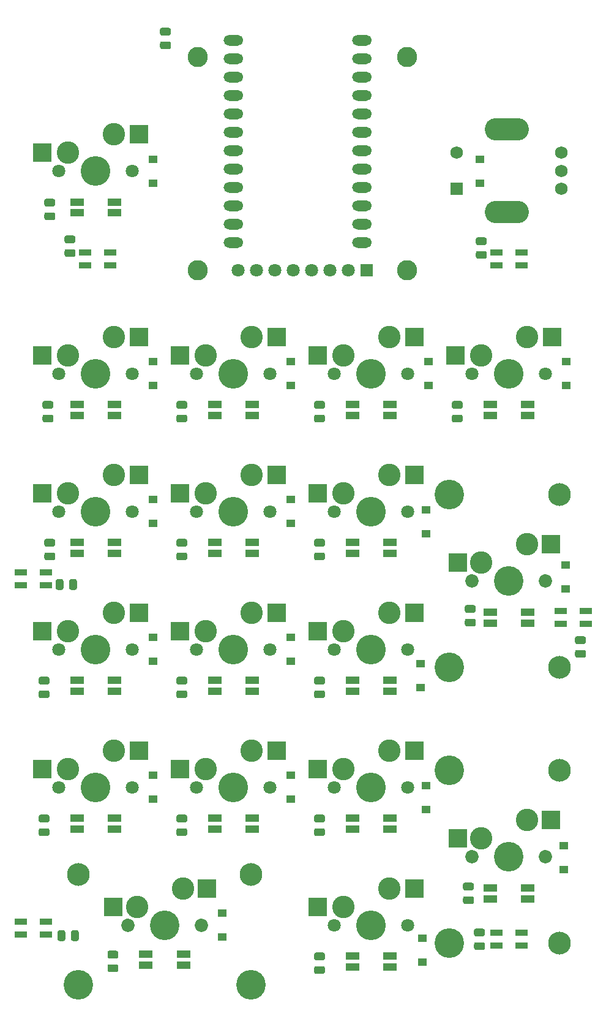
<source format=gbr>
%TF.GenerationSoftware,KiCad,Pcbnew,(5.1.6)-1*%
%TF.CreationDate,2021-03-03T01:18:26-05:00*%
%TF.ProjectId,Numpadulator,4e756d70-6164-4756-9c61-746f722e6b69,rev?*%
%TF.SameCoordinates,Original*%
%TF.FileFunction,Soldermask,Bot*%
%TF.FilePolarity,Negative*%
%FSLAX46Y46*%
G04 Gerber Fmt 4.6, Leading zero omitted, Abs format (unit mm)*
G04 Created by KiCad (PCBNEW (5.1.6)-1) date 2021-03-03 01:18:26*
%MOMM*%
%LPD*%
G01*
G04 APERTURE LIST*
%ADD10R,1.700000X0.950000*%
%ADD11C,4.087800*%
%ADD12C,3.148000*%
%ADD13R,2.650000X2.600000*%
%ADD14C,1.850000*%
%ADD15C,3.100000*%
%ADD16C,1.800000*%
%ADD17R,1.900000X1.000000*%
%ADD18C,4.100000*%
%ADD19O,6.100000X3.100000*%
%ADD20C,1.750000*%
%ADD21R,1.750000X1.750000*%
%ADD22R,1.800000X1.800000*%
%ADD23C,2.800000*%
%ADD24R,1.300000X1.000000*%
G04 APERTURE END LIST*
%TO.C,C24*%
G36*
G01*
X130074750Y-122320000D02*
X131037250Y-122320000D01*
G75*
G02*
X131306000Y-122588750I0J-268750D01*
G01*
X131306000Y-123126250D01*
G75*
G02*
X131037250Y-123395000I-268750J0D01*
G01*
X130074750Y-123395000D01*
G75*
G02*
X129806000Y-123126250I0J268750D01*
G01*
X129806000Y-122588750D01*
G75*
G02*
X130074750Y-122320000I268750J0D01*
G01*
G37*
G36*
G01*
X130074750Y-120445000D02*
X131037250Y-120445000D01*
G75*
G02*
X131306000Y-120713750I0J-268750D01*
G01*
X131306000Y-121251250D01*
G75*
G02*
X131037250Y-121520000I-268750J0D01*
G01*
X130074750Y-121520000D01*
G75*
G02*
X129806000Y-121251250I0J268750D01*
G01*
X129806000Y-120713750D01*
G75*
G02*
X130074750Y-120445000I268750J0D01*
G01*
G37*
%TD*%
%TO.C,C23*%
G36*
G01*
X116104750Y-162706000D02*
X117067250Y-162706000D01*
G75*
G02*
X117336000Y-162974750I0J-268750D01*
G01*
X117336000Y-163512250D01*
G75*
G02*
X117067250Y-163781000I-268750J0D01*
G01*
X116104750Y-163781000D01*
G75*
G02*
X115836000Y-163512250I0J268750D01*
G01*
X115836000Y-162974750D01*
G75*
G02*
X116104750Y-162706000I268750J0D01*
G01*
G37*
G36*
G01*
X116104750Y-160831000D02*
X117067250Y-160831000D01*
G75*
G02*
X117336000Y-161099750I0J-268750D01*
G01*
X117336000Y-161637250D01*
G75*
G02*
X117067250Y-161906000I-268750J0D01*
G01*
X116104750Y-161906000D01*
G75*
G02*
X115836000Y-161637250I0J268750D01*
G01*
X115836000Y-161099750D01*
G75*
G02*
X116104750Y-160831000I268750J0D01*
G01*
G37*
%TD*%
%TO.C,C22*%
G36*
G01*
X117321250Y-66402000D02*
X116358750Y-66402000D01*
G75*
G02*
X116090000Y-66133250I0J268750D01*
G01*
X116090000Y-65595750D01*
G75*
G02*
X116358750Y-65327000I268750J0D01*
G01*
X117321250Y-65327000D01*
G75*
G02*
X117590000Y-65595750I0J-268750D01*
G01*
X117590000Y-66133250D01*
G75*
G02*
X117321250Y-66402000I-268750J0D01*
G01*
G37*
G36*
G01*
X117321250Y-68277000D02*
X116358750Y-68277000D01*
G75*
G02*
X116090000Y-68008250I0J268750D01*
G01*
X116090000Y-67470750D01*
G75*
G02*
X116358750Y-67202000I268750J0D01*
G01*
X117321250Y-67202000D01*
G75*
G02*
X117590000Y-67470750I0J-268750D01*
G01*
X117590000Y-68008250D01*
G75*
G02*
X117321250Y-68277000I-268750J0D01*
G01*
G37*
%TD*%
%TO.C,C21*%
G36*
G01*
X60425250Y-66148000D02*
X59462750Y-66148000D01*
G75*
G02*
X59194000Y-65879250I0J268750D01*
G01*
X59194000Y-65341750D01*
G75*
G02*
X59462750Y-65073000I268750J0D01*
G01*
X60425250Y-65073000D01*
G75*
G02*
X60694000Y-65341750I0J-268750D01*
G01*
X60694000Y-65879250D01*
G75*
G02*
X60425250Y-66148000I-268750J0D01*
G01*
G37*
G36*
G01*
X60425250Y-68023000D02*
X59462750Y-68023000D01*
G75*
G02*
X59194000Y-67754250I0J268750D01*
G01*
X59194000Y-67216750D01*
G75*
G02*
X59462750Y-66948000I268750J0D01*
G01*
X60425250Y-66948000D01*
G75*
G02*
X60694000Y-67216750I0J-268750D01*
G01*
X60694000Y-67754250D01*
G75*
G02*
X60425250Y-68023000I-268750J0D01*
G01*
G37*
%TD*%
%TO.C,C20*%
G36*
G01*
X60090000Y-162279250D02*
X60090000Y-161316750D01*
G75*
G02*
X60358750Y-161048000I268750J0D01*
G01*
X60896250Y-161048000D01*
G75*
G02*
X61165000Y-161316750I0J-268750D01*
G01*
X61165000Y-162279250D01*
G75*
G02*
X60896250Y-162548000I-268750J0D01*
G01*
X60358750Y-162548000D01*
G75*
G02*
X60090000Y-162279250I0J268750D01*
G01*
G37*
G36*
G01*
X58215000Y-162279250D02*
X58215000Y-161316750D01*
G75*
G02*
X58483750Y-161048000I268750J0D01*
G01*
X59021250Y-161048000D01*
G75*
G02*
X59290000Y-161316750I0J-268750D01*
G01*
X59290000Y-162279250D01*
G75*
G02*
X59021250Y-162548000I-268750J0D01*
G01*
X58483750Y-162548000D01*
G75*
G02*
X58215000Y-162279250I0J268750D01*
G01*
G37*
%TD*%
%TO.C,C19*%
G36*
G01*
X59836000Y-113765250D02*
X59836000Y-112802750D01*
G75*
G02*
X60104750Y-112534000I268750J0D01*
G01*
X60642250Y-112534000D01*
G75*
G02*
X60911000Y-112802750I0J-268750D01*
G01*
X60911000Y-113765250D01*
G75*
G02*
X60642250Y-114034000I-268750J0D01*
G01*
X60104750Y-114034000D01*
G75*
G02*
X59836000Y-113765250I0J268750D01*
G01*
G37*
G36*
G01*
X57961000Y-113765250D02*
X57961000Y-112802750D01*
G75*
G02*
X58229750Y-112534000I268750J0D01*
G01*
X58767250Y-112534000D01*
G75*
G02*
X59036000Y-112802750I0J-268750D01*
G01*
X59036000Y-113765250D01*
G75*
G02*
X58767250Y-114034000I-268750J0D01*
G01*
X58229750Y-114034000D01*
G75*
G02*
X57961000Y-113765250I0J268750D01*
G01*
G37*
%TD*%
D10*
%TO.C,D28*%
X122400000Y-161431000D03*
X122400000Y-163181000D03*
X118900000Y-161431000D03*
X118900000Y-163181000D03*
%TD*%
%TO.C,D27*%
X53114000Y-161657000D03*
X53114000Y-159907000D03*
X56614000Y-161657000D03*
X56614000Y-159907000D03*
%TD*%
%TO.C,D26*%
X127790000Y-118731000D03*
X127790000Y-116981000D03*
X131290000Y-118731000D03*
X131290000Y-116981000D03*
%TD*%
%TO.C,D25*%
X56614000Y-111647000D03*
X56614000Y-113397000D03*
X53114000Y-111647000D03*
X53114000Y-113397000D03*
%TD*%
%TO.C,D24*%
X122400000Y-67451000D03*
X122400000Y-69201000D03*
X118900000Y-67451000D03*
X118900000Y-69201000D03*
%TD*%
%TO.C,D23*%
X65504000Y-67451000D03*
X65504000Y-69201000D03*
X62004000Y-67451000D03*
X62004000Y-69201000D03*
%TD*%
%TO.C,R1*%
G36*
G01*
X72670750Y-38246000D02*
X73633250Y-38246000D01*
G75*
G02*
X73902000Y-38514750I0J-268750D01*
G01*
X73902000Y-39052250D01*
G75*
G02*
X73633250Y-39321000I-268750J0D01*
G01*
X72670750Y-39321000D01*
G75*
G02*
X72402000Y-39052250I0J268750D01*
G01*
X72402000Y-38514750D01*
G75*
G02*
X72670750Y-38246000I268750J0D01*
G01*
G37*
G36*
G01*
X72670750Y-36371000D02*
X73633250Y-36371000D01*
G75*
G02*
X73902000Y-36639750I0J-268750D01*
G01*
X73902000Y-37177250D01*
G75*
G02*
X73633250Y-37446000I-268750J0D01*
G01*
X72670750Y-37446000D01*
G75*
G02*
X72402000Y-37177250I0J268750D01*
G01*
X72402000Y-36639750D01*
G75*
G02*
X72670750Y-36371000I268750J0D01*
G01*
G37*
%TD*%
D11*
%TO.C,MX2*%
X112395000Y-100838000D03*
X112395000Y-124714000D03*
D12*
X127635000Y-100838000D03*
X127635000Y-124714000D03*
D13*
X126492000Y-107696000D03*
X113565000Y-110236000D03*
D14*
X125730000Y-112776000D03*
X115570000Y-112776000D03*
D15*
X116840000Y-110236000D03*
D11*
X120650000Y-112776000D03*
D15*
X123190000Y-107696000D03*
%TD*%
D11*
%TO.C,MX3*%
X112395000Y-138938000D03*
X112395000Y-162814000D03*
D12*
X127635000Y-138938000D03*
X127635000Y-162814000D03*
D13*
X126492000Y-145796000D03*
X113565000Y-148336000D03*
D14*
X125730000Y-150876000D03*
X115570000Y-150876000D03*
D15*
X116840000Y-148336000D03*
D11*
X120650000Y-150876000D03*
D15*
X123190000Y-145796000D03*
%TD*%
D16*
%TO.C,SW16*%
X125730000Y-84137500D03*
X115570000Y-84137500D03*
D17*
X123250000Y-88437500D03*
X123250000Y-89937500D03*
X118050000Y-89937500D03*
X118050000Y-88437500D03*
D13*
X126665000Y-79057500D03*
X113240000Y-81597500D03*
D15*
X123190000Y-79057500D03*
X116840000Y-81597500D03*
D18*
X120650000Y-84137500D03*
%TD*%
D16*
%TO.C,SW2*%
X68580000Y-84137500D03*
X58420000Y-84137500D03*
D17*
X66100000Y-88437500D03*
X66100000Y-89937500D03*
X60900000Y-89937500D03*
X60900000Y-88437500D03*
D13*
X69515000Y-79057500D03*
X56090000Y-81597500D03*
D15*
X66040000Y-79057500D03*
X59690000Y-81597500D03*
D18*
X63500000Y-84137500D03*
%TD*%
D16*
%TO.C,SW1*%
X68580000Y-56134000D03*
X58420000Y-56134000D03*
D17*
X66100000Y-60434000D03*
X66100000Y-61934000D03*
X60900000Y-61934000D03*
X60900000Y-60434000D03*
D13*
X69515000Y-51054000D03*
X56090000Y-53594000D03*
D15*
X66040000Y-51054000D03*
X59690000Y-53594000D03*
D18*
X63500000Y-56134000D03*
%TD*%
D16*
%TO.C,SW12*%
X106680000Y-103187500D03*
X96520000Y-103187500D03*
D17*
X104200000Y-107487500D03*
X104200000Y-108987500D03*
X99000000Y-108987500D03*
X99000000Y-107487500D03*
D13*
X107615000Y-98107500D03*
X94190000Y-100647500D03*
D15*
X104140000Y-98107500D03*
X97790000Y-100647500D03*
D18*
X101600000Y-103187500D03*
%TD*%
D19*
%TO.C,SW19*%
X120396000Y-50434000D03*
X120396000Y-61834000D03*
D20*
X127896000Y-53634000D03*
X127896000Y-56134000D03*
X127896000Y-58634000D03*
X113396000Y-53634000D03*
D21*
X113396000Y-58634000D03*
%TD*%
D11*
%TO.C,MX1*%
X61087000Y-168592500D03*
X84963000Y-168592500D03*
D12*
X61087000Y-153352500D03*
X84963000Y-153352500D03*
D13*
X78867000Y-155257500D03*
X65940000Y-157797500D03*
D14*
X78105000Y-160337500D03*
X67945000Y-160337500D03*
D15*
X69215000Y-157797500D03*
D11*
X73025000Y-160337500D03*
D15*
X75565000Y-155257500D03*
%TD*%
D16*
%TO.C,SW15*%
X106680000Y-160337500D03*
X96520000Y-160337500D03*
D17*
X104200000Y-164637500D03*
X104200000Y-166137500D03*
X99000000Y-166137500D03*
X99000000Y-164637500D03*
D13*
X107615000Y-155257500D03*
X94190000Y-157797500D03*
D15*
X104140000Y-155257500D03*
X97790000Y-157797500D03*
D18*
X101600000Y-160337500D03*
%TD*%
D16*
%TO.C,SW14*%
X106680000Y-141287500D03*
X96520000Y-141287500D03*
D17*
X104200000Y-145587500D03*
X104200000Y-147087500D03*
X99000000Y-147087500D03*
X99000000Y-145587500D03*
D13*
X107615000Y-136207500D03*
X94190000Y-138747500D03*
D15*
X104140000Y-136207500D03*
X97790000Y-138747500D03*
D18*
X101600000Y-141287500D03*
%TD*%
D16*
%TO.C,SW13*%
X106680000Y-122237500D03*
X96520000Y-122237500D03*
D17*
X104200000Y-126537500D03*
X104200000Y-128037500D03*
X99000000Y-128037500D03*
X99000000Y-126537500D03*
D13*
X107615000Y-117157500D03*
X94190000Y-119697500D03*
D15*
X104140000Y-117157500D03*
X97790000Y-119697500D03*
D18*
X101600000Y-122237500D03*
%TD*%
D16*
%TO.C,SW11*%
X106680000Y-84137500D03*
X96520000Y-84137500D03*
D17*
X104200000Y-88437500D03*
X104200000Y-89937500D03*
X99000000Y-89937500D03*
X99000000Y-88437500D03*
D13*
X107615000Y-79057500D03*
X94190000Y-81597500D03*
D15*
X104140000Y-79057500D03*
X97790000Y-81597500D03*
D18*
X101600000Y-84137500D03*
%TD*%
D16*
%TO.C,SW10*%
X87630000Y-141287500D03*
X77470000Y-141287500D03*
D17*
X85150000Y-145587500D03*
X85150000Y-147087500D03*
X79950000Y-147087500D03*
X79950000Y-145587500D03*
D13*
X88565000Y-136207500D03*
X75140000Y-138747500D03*
D15*
X85090000Y-136207500D03*
X78740000Y-138747500D03*
D18*
X82550000Y-141287500D03*
%TD*%
D16*
%TO.C,SW9*%
X87630000Y-122237500D03*
X77470000Y-122237500D03*
D17*
X85150000Y-126537500D03*
X85150000Y-128037500D03*
X79950000Y-128037500D03*
X79950000Y-126537500D03*
D13*
X88565000Y-117157500D03*
X75140000Y-119697500D03*
D15*
X85090000Y-117157500D03*
X78740000Y-119697500D03*
D18*
X82550000Y-122237500D03*
%TD*%
D16*
%TO.C,SW8*%
X87630000Y-103187500D03*
X77470000Y-103187500D03*
D17*
X85150000Y-107487500D03*
X85150000Y-108987500D03*
X79950000Y-108987500D03*
X79950000Y-107487500D03*
D13*
X88565000Y-98107500D03*
X75140000Y-100647500D03*
D15*
X85090000Y-98107500D03*
X78740000Y-100647500D03*
D18*
X82550000Y-103187500D03*
%TD*%
D16*
%TO.C,SW7*%
X87630000Y-84137500D03*
X77470000Y-84137500D03*
D17*
X85150000Y-88437500D03*
X85150000Y-89937500D03*
X79950000Y-89937500D03*
X79950000Y-88437500D03*
D13*
X88565000Y-79057500D03*
X75140000Y-81597500D03*
D15*
X85090000Y-79057500D03*
X78740000Y-81597500D03*
D18*
X82550000Y-84137500D03*
%TD*%
D16*
%TO.C,SW5*%
X68580000Y-141287500D03*
X58420000Y-141287500D03*
D17*
X66100000Y-145587500D03*
X66100000Y-147087500D03*
X60900000Y-147087500D03*
X60900000Y-145587500D03*
D13*
X69515000Y-136207500D03*
X56090000Y-138747500D03*
D15*
X66040000Y-136207500D03*
X59690000Y-138747500D03*
D18*
X63500000Y-141287500D03*
%TD*%
D16*
%TO.C,SW4*%
X68580000Y-122237500D03*
X58420000Y-122237500D03*
D17*
X66100000Y-126537500D03*
X66100000Y-128037500D03*
X60900000Y-128037500D03*
X60900000Y-126537500D03*
D13*
X69515000Y-117157500D03*
X56090000Y-119697500D03*
D15*
X66040000Y-117157500D03*
X59690000Y-119697500D03*
D18*
X63500000Y-122237500D03*
%TD*%
D16*
%TO.C,SW3*%
X68580000Y-103187500D03*
X58420000Y-103187500D03*
D17*
X66100000Y-107487500D03*
X66100000Y-108987500D03*
X60900000Y-108987500D03*
X60900000Y-107487500D03*
D13*
X69515000Y-98107500D03*
X56090000Y-100647500D03*
D15*
X66040000Y-98107500D03*
X59690000Y-100647500D03*
D18*
X63500000Y-103187500D03*
%TD*%
D17*
%TO.C,D22*%
X123250000Y-155206000D03*
X123250000Y-156706000D03*
X118050000Y-156706000D03*
X118050000Y-155206000D03*
%TD*%
%TO.C,D21*%
X123250000Y-117106000D03*
X123250000Y-118606000D03*
X118050000Y-118606000D03*
X118050000Y-117106000D03*
%TD*%
%TO.C,D20*%
X70425000Y-164350000D03*
X70425000Y-165850000D03*
X75625000Y-165850000D03*
X75625000Y-164350000D03*
%TD*%
D16*
%TO.C,U2*%
X83185000Y-69850000D03*
X85725000Y-69850000D03*
X88265000Y-69850000D03*
X90805000Y-69850000D03*
X93345000Y-69850000D03*
X95885000Y-69850000D03*
X98425000Y-69850000D03*
D22*
X100965000Y-69850000D03*
D23*
X77597000Y-69850000D03*
X106553000Y-40386000D03*
X77597000Y-40386000D03*
X106553000Y-69850000D03*
%TD*%
%TO.C,U1*%
G36*
G01*
X101701600Y-38100000D02*
X101701600Y-38100000D01*
G75*
G02*
X100965000Y-38836600I-736600J0D01*
G01*
X99695000Y-38836600D01*
G75*
G02*
X98958400Y-38100000I0J736600D01*
G01*
X98958400Y-38100000D01*
G75*
G02*
X99695000Y-37363400I736600J0D01*
G01*
X100965000Y-37363400D01*
G75*
G02*
X101701600Y-38100000I0J-736600D01*
G01*
G37*
G36*
G01*
X101701600Y-40640000D02*
X101701600Y-40640000D01*
G75*
G02*
X100965000Y-41376600I-736600J0D01*
G01*
X99695000Y-41376600D01*
G75*
G02*
X98958400Y-40640000I0J736600D01*
G01*
X98958400Y-40640000D01*
G75*
G02*
X99695000Y-39903400I736600J0D01*
G01*
X100965000Y-39903400D01*
G75*
G02*
X101701600Y-40640000I0J-736600D01*
G01*
G37*
G36*
G01*
X101701600Y-43180000D02*
X101701600Y-43180000D01*
G75*
G02*
X100965000Y-43916600I-736600J0D01*
G01*
X99695000Y-43916600D01*
G75*
G02*
X98958400Y-43180000I0J736600D01*
G01*
X98958400Y-43180000D01*
G75*
G02*
X99695000Y-42443400I736600J0D01*
G01*
X100965000Y-42443400D01*
G75*
G02*
X101701600Y-43180000I0J-736600D01*
G01*
G37*
G36*
G01*
X101701600Y-45720000D02*
X101701600Y-45720000D01*
G75*
G02*
X100965000Y-46456600I-736600J0D01*
G01*
X99695000Y-46456600D01*
G75*
G02*
X98958400Y-45720000I0J736600D01*
G01*
X98958400Y-45720000D01*
G75*
G02*
X99695000Y-44983400I736600J0D01*
G01*
X100965000Y-44983400D01*
G75*
G02*
X101701600Y-45720000I0J-736600D01*
G01*
G37*
G36*
G01*
X101701600Y-48260000D02*
X101701600Y-48260000D01*
G75*
G02*
X100965000Y-48996600I-736600J0D01*
G01*
X99695000Y-48996600D01*
G75*
G02*
X98958400Y-48260000I0J736600D01*
G01*
X98958400Y-48260000D01*
G75*
G02*
X99695000Y-47523400I736600J0D01*
G01*
X100965000Y-47523400D01*
G75*
G02*
X101701600Y-48260000I0J-736600D01*
G01*
G37*
G36*
G01*
X101701600Y-50800000D02*
X101701600Y-50800000D01*
G75*
G02*
X100965000Y-51536600I-736600J0D01*
G01*
X99695000Y-51536600D01*
G75*
G02*
X98958400Y-50800000I0J736600D01*
G01*
X98958400Y-50800000D01*
G75*
G02*
X99695000Y-50063400I736600J0D01*
G01*
X100965000Y-50063400D01*
G75*
G02*
X101701600Y-50800000I0J-736600D01*
G01*
G37*
G36*
G01*
X101701600Y-53340000D02*
X101701600Y-53340000D01*
G75*
G02*
X100965000Y-54076600I-736600J0D01*
G01*
X99695000Y-54076600D01*
G75*
G02*
X98958400Y-53340000I0J736600D01*
G01*
X98958400Y-53340000D01*
G75*
G02*
X99695000Y-52603400I736600J0D01*
G01*
X100965000Y-52603400D01*
G75*
G02*
X101701600Y-53340000I0J-736600D01*
G01*
G37*
G36*
G01*
X101701600Y-55880000D02*
X101701600Y-55880000D01*
G75*
G02*
X100965000Y-56616600I-736600J0D01*
G01*
X99695000Y-56616600D01*
G75*
G02*
X98958400Y-55880000I0J736600D01*
G01*
X98958400Y-55880000D01*
G75*
G02*
X99695000Y-55143400I736600J0D01*
G01*
X100965000Y-55143400D01*
G75*
G02*
X101701600Y-55880000I0J-736600D01*
G01*
G37*
G36*
G01*
X101701600Y-58420000D02*
X101701600Y-58420000D01*
G75*
G02*
X100965000Y-59156600I-736600J0D01*
G01*
X99695000Y-59156600D01*
G75*
G02*
X98958400Y-58420000I0J736600D01*
G01*
X98958400Y-58420000D01*
G75*
G02*
X99695000Y-57683400I736600J0D01*
G01*
X100965000Y-57683400D01*
G75*
G02*
X101701600Y-58420000I0J-736600D01*
G01*
G37*
G36*
G01*
X101701600Y-60960000D02*
X101701600Y-60960000D01*
G75*
G02*
X100965000Y-61696600I-736600J0D01*
G01*
X99695000Y-61696600D01*
G75*
G02*
X98958400Y-60960000I0J736600D01*
G01*
X98958400Y-60960000D01*
G75*
G02*
X99695000Y-60223400I736600J0D01*
G01*
X100965000Y-60223400D01*
G75*
G02*
X101701600Y-60960000I0J-736600D01*
G01*
G37*
G36*
G01*
X101701600Y-63500000D02*
X101701600Y-63500000D01*
G75*
G02*
X100965000Y-64236600I-736600J0D01*
G01*
X99695000Y-64236600D01*
G75*
G02*
X98958400Y-63500000I0J736600D01*
G01*
X98958400Y-63500000D01*
G75*
G02*
X99695000Y-62763400I736600J0D01*
G01*
X100965000Y-62763400D01*
G75*
G02*
X101701600Y-63500000I0J-736600D01*
G01*
G37*
G36*
G01*
X101701600Y-66040000D02*
X101701600Y-66040000D01*
G75*
G02*
X100965000Y-66776600I-736600J0D01*
G01*
X99695000Y-66776600D01*
G75*
G02*
X98958400Y-66040000I0J736600D01*
G01*
X98958400Y-66040000D01*
G75*
G02*
X99695000Y-65303400I736600J0D01*
G01*
X100965000Y-65303400D01*
G75*
G02*
X101701600Y-66040000I0J-736600D01*
G01*
G37*
G36*
G01*
X83921600Y-66040000D02*
X83921600Y-66040000D01*
G75*
G02*
X83185000Y-66776600I-736600J0D01*
G01*
X81915000Y-66776600D01*
G75*
G02*
X81178400Y-66040000I0J736600D01*
G01*
X81178400Y-66040000D01*
G75*
G02*
X81915000Y-65303400I736600J0D01*
G01*
X83185000Y-65303400D01*
G75*
G02*
X83921600Y-66040000I0J-736600D01*
G01*
G37*
G36*
G01*
X83921600Y-63500000D02*
X83921600Y-63500000D01*
G75*
G02*
X83185000Y-64236600I-736600J0D01*
G01*
X81915000Y-64236600D01*
G75*
G02*
X81178400Y-63500000I0J736600D01*
G01*
X81178400Y-63500000D01*
G75*
G02*
X81915000Y-62763400I736600J0D01*
G01*
X83185000Y-62763400D01*
G75*
G02*
X83921600Y-63500000I0J-736600D01*
G01*
G37*
G36*
G01*
X83921600Y-60960000D02*
X83921600Y-60960000D01*
G75*
G02*
X83185000Y-61696600I-736600J0D01*
G01*
X81915000Y-61696600D01*
G75*
G02*
X81178400Y-60960000I0J736600D01*
G01*
X81178400Y-60960000D01*
G75*
G02*
X81915000Y-60223400I736600J0D01*
G01*
X83185000Y-60223400D01*
G75*
G02*
X83921600Y-60960000I0J-736600D01*
G01*
G37*
G36*
G01*
X83921600Y-58420000D02*
X83921600Y-58420000D01*
G75*
G02*
X83185000Y-59156600I-736600J0D01*
G01*
X81915000Y-59156600D01*
G75*
G02*
X81178400Y-58420000I0J736600D01*
G01*
X81178400Y-58420000D01*
G75*
G02*
X81915000Y-57683400I736600J0D01*
G01*
X83185000Y-57683400D01*
G75*
G02*
X83921600Y-58420000I0J-736600D01*
G01*
G37*
G36*
G01*
X83921600Y-55880000D02*
X83921600Y-55880000D01*
G75*
G02*
X83185000Y-56616600I-736600J0D01*
G01*
X81915000Y-56616600D01*
G75*
G02*
X81178400Y-55880000I0J736600D01*
G01*
X81178400Y-55880000D01*
G75*
G02*
X81915000Y-55143400I736600J0D01*
G01*
X83185000Y-55143400D01*
G75*
G02*
X83921600Y-55880000I0J-736600D01*
G01*
G37*
G36*
G01*
X83921600Y-53340000D02*
X83921600Y-53340000D01*
G75*
G02*
X83185000Y-54076600I-736600J0D01*
G01*
X81915000Y-54076600D01*
G75*
G02*
X81178400Y-53340000I0J736600D01*
G01*
X81178400Y-53340000D01*
G75*
G02*
X81915000Y-52603400I736600J0D01*
G01*
X83185000Y-52603400D01*
G75*
G02*
X83921600Y-53340000I0J-736600D01*
G01*
G37*
G36*
G01*
X83921600Y-50800000D02*
X83921600Y-50800000D01*
G75*
G02*
X83185000Y-51536600I-736600J0D01*
G01*
X81915000Y-51536600D01*
G75*
G02*
X81178400Y-50800000I0J736600D01*
G01*
X81178400Y-50800000D01*
G75*
G02*
X81915000Y-50063400I736600J0D01*
G01*
X83185000Y-50063400D01*
G75*
G02*
X83921600Y-50800000I0J-736600D01*
G01*
G37*
G36*
G01*
X83921600Y-48260000D02*
X83921600Y-48260000D01*
G75*
G02*
X83185000Y-48996600I-736600J0D01*
G01*
X81915000Y-48996600D01*
G75*
G02*
X81178400Y-48260000I0J736600D01*
G01*
X81178400Y-48260000D01*
G75*
G02*
X81915000Y-47523400I736600J0D01*
G01*
X83185000Y-47523400D01*
G75*
G02*
X83921600Y-48260000I0J-736600D01*
G01*
G37*
G36*
G01*
X83921600Y-38100000D02*
X83921600Y-38100000D01*
G75*
G02*
X83185000Y-38836600I-736600J0D01*
G01*
X81915000Y-38836600D01*
G75*
G02*
X81178400Y-38100000I0J736600D01*
G01*
X81178400Y-38100000D01*
G75*
G02*
X81915000Y-37363400I736600J0D01*
G01*
X83185000Y-37363400D01*
G75*
G02*
X83921600Y-38100000I0J-736600D01*
G01*
G37*
G36*
G01*
X83921600Y-40640000D02*
X83921600Y-40640000D01*
G75*
G02*
X83185000Y-41376600I-736600J0D01*
G01*
X81915000Y-41376600D01*
G75*
G02*
X81178400Y-40640000I0J736600D01*
G01*
X81178400Y-40640000D01*
G75*
G02*
X81915000Y-39903400I736600J0D01*
G01*
X83185000Y-39903400D01*
G75*
G02*
X83921600Y-40640000I0J-736600D01*
G01*
G37*
G36*
G01*
X83921600Y-43180000D02*
X83921600Y-43180000D01*
G75*
G02*
X83185000Y-43916600I-736600J0D01*
G01*
X81915000Y-43916600D01*
G75*
G02*
X81178400Y-43180000I0J736600D01*
G01*
X81178400Y-43180000D01*
G75*
G02*
X81915000Y-42443400I736600J0D01*
G01*
X83185000Y-42443400D01*
G75*
G02*
X83921600Y-43180000I0J-736600D01*
G01*
G37*
G36*
G01*
X83921600Y-45720000D02*
X83921600Y-45720000D01*
G75*
G02*
X83185000Y-46456600I-736600J0D01*
G01*
X81915000Y-46456600D01*
G75*
G02*
X81178400Y-45720000I0J736600D01*
G01*
X81178400Y-45720000D01*
G75*
G02*
X81915000Y-44983400I736600J0D01*
G01*
X83185000Y-44983400D01*
G75*
G02*
X83921600Y-45720000I0J-736600D01*
G01*
G37*
%TD*%
D24*
%TO.C,D19*%
X116681250Y-54547500D03*
X116681250Y-57847500D03*
%TD*%
%TO.C,D18*%
X128270000Y-149354000D03*
X128270000Y-152654000D03*
%TD*%
%TO.C,D17*%
X128524000Y-110618000D03*
X128524000Y-113918000D03*
%TD*%
%TO.C,D16*%
X128587500Y-82487500D03*
X128587500Y-85787500D03*
%TD*%
%TO.C,D15*%
X108712000Y-162180000D03*
X108712000Y-165480000D03*
%TD*%
%TO.C,D14*%
X109220000Y-141098000D03*
X109220000Y-144398000D03*
%TD*%
%TO.C,D13*%
X108458000Y-124206000D03*
X108458000Y-127506000D03*
%TD*%
%TO.C,D12*%
X109220000Y-102998000D03*
X109220000Y-106298000D03*
%TD*%
%TO.C,D11*%
X109537500Y-82487500D03*
X109537500Y-85787500D03*
%TD*%
%TO.C,D10*%
X90487500Y-139637500D03*
X90487500Y-142937500D03*
%TD*%
%TO.C,D9*%
X90487500Y-120587500D03*
X90487500Y-123887500D03*
%TD*%
%TO.C,D8*%
X90487500Y-101537500D03*
X90487500Y-104837500D03*
%TD*%
%TO.C,D7*%
X90487500Y-82487500D03*
X90487500Y-85787500D03*
%TD*%
%TO.C,D6*%
X80962500Y-158687500D03*
X80962500Y-161987500D03*
%TD*%
%TO.C,D5*%
X71437500Y-139637500D03*
X71437500Y-142937500D03*
%TD*%
%TO.C,D4*%
X71437500Y-120587500D03*
X71437500Y-123887500D03*
%TD*%
%TO.C,D3*%
X71437500Y-101537500D03*
X71437500Y-104837500D03*
%TD*%
%TO.C,D2*%
X71437500Y-82487500D03*
X71437500Y-85787500D03*
%TD*%
%TO.C,D1*%
X71437500Y-54547500D03*
X71437500Y-57847500D03*
%TD*%
%TO.C,C18*%
G36*
G01*
X114580750Y-156356000D02*
X115543250Y-156356000D01*
G75*
G02*
X115812000Y-156624750I0J-268750D01*
G01*
X115812000Y-157162250D01*
G75*
G02*
X115543250Y-157431000I-268750J0D01*
G01*
X114580750Y-157431000D01*
G75*
G02*
X114312000Y-157162250I0J268750D01*
G01*
X114312000Y-156624750D01*
G75*
G02*
X114580750Y-156356000I268750J0D01*
G01*
G37*
G36*
G01*
X114580750Y-154481000D02*
X115543250Y-154481000D01*
G75*
G02*
X115812000Y-154749750I0J-268750D01*
G01*
X115812000Y-155287250D01*
G75*
G02*
X115543250Y-155556000I-268750J0D01*
G01*
X114580750Y-155556000D01*
G75*
G02*
X114312000Y-155287250I0J268750D01*
G01*
X114312000Y-154749750D01*
G75*
G02*
X114580750Y-154481000I268750J0D01*
G01*
G37*
%TD*%
%TO.C,C17*%
G36*
G01*
X114834750Y-118002000D02*
X115797250Y-118002000D01*
G75*
G02*
X116066000Y-118270750I0J-268750D01*
G01*
X116066000Y-118808250D01*
G75*
G02*
X115797250Y-119077000I-268750J0D01*
G01*
X114834750Y-119077000D01*
G75*
G02*
X114566000Y-118808250I0J268750D01*
G01*
X114566000Y-118270750D01*
G75*
G02*
X114834750Y-118002000I268750J0D01*
G01*
G37*
G36*
G01*
X114834750Y-116127000D02*
X115797250Y-116127000D01*
G75*
G02*
X116066000Y-116395750I0J-268750D01*
G01*
X116066000Y-116933250D01*
G75*
G02*
X115797250Y-117202000I-268750J0D01*
G01*
X114834750Y-117202000D01*
G75*
G02*
X114566000Y-116933250I0J268750D01*
G01*
X114566000Y-116395750D01*
G75*
G02*
X114834750Y-116127000I268750J0D01*
G01*
G37*
%TD*%
%TO.C,C16*%
G36*
G01*
X113025000Y-89808000D02*
X113987500Y-89808000D01*
G75*
G02*
X114256250Y-90076750I0J-268750D01*
G01*
X114256250Y-90614250D01*
G75*
G02*
X113987500Y-90883000I-268750J0D01*
G01*
X113025000Y-90883000D01*
G75*
G02*
X112756250Y-90614250I0J268750D01*
G01*
X112756250Y-90076750D01*
G75*
G02*
X113025000Y-89808000I268750J0D01*
G01*
G37*
G36*
G01*
X113025000Y-87933000D02*
X113987500Y-87933000D01*
G75*
G02*
X114256250Y-88201750I0J-268750D01*
G01*
X114256250Y-88739250D01*
G75*
G02*
X113987500Y-89008000I-268750J0D01*
G01*
X113025000Y-89008000D01*
G75*
G02*
X112756250Y-88739250I0J268750D01*
G01*
X112756250Y-88201750D01*
G75*
G02*
X113025000Y-87933000I268750J0D01*
G01*
G37*
%TD*%
%TO.C,C15*%
G36*
G01*
X93975000Y-166008000D02*
X94937500Y-166008000D01*
G75*
G02*
X95206250Y-166276750I0J-268750D01*
G01*
X95206250Y-166814250D01*
G75*
G02*
X94937500Y-167083000I-268750J0D01*
G01*
X93975000Y-167083000D01*
G75*
G02*
X93706250Y-166814250I0J268750D01*
G01*
X93706250Y-166276750D01*
G75*
G02*
X93975000Y-166008000I268750J0D01*
G01*
G37*
G36*
G01*
X93975000Y-164133000D02*
X94937500Y-164133000D01*
G75*
G02*
X95206250Y-164401750I0J-268750D01*
G01*
X95206250Y-164939250D01*
G75*
G02*
X94937500Y-165208000I-268750J0D01*
G01*
X93975000Y-165208000D01*
G75*
G02*
X93706250Y-164939250I0J268750D01*
G01*
X93706250Y-164401750D01*
G75*
G02*
X93975000Y-164133000I268750J0D01*
G01*
G37*
%TD*%
%TO.C,C14*%
G36*
G01*
X93975000Y-146958000D02*
X94937500Y-146958000D01*
G75*
G02*
X95206250Y-147226750I0J-268750D01*
G01*
X95206250Y-147764250D01*
G75*
G02*
X94937500Y-148033000I-268750J0D01*
G01*
X93975000Y-148033000D01*
G75*
G02*
X93706250Y-147764250I0J268750D01*
G01*
X93706250Y-147226750D01*
G75*
G02*
X93975000Y-146958000I268750J0D01*
G01*
G37*
G36*
G01*
X93975000Y-145083000D02*
X94937500Y-145083000D01*
G75*
G02*
X95206250Y-145351750I0J-268750D01*
G01*
X95206250Y-145889250D01*
G75*
G02*
X94937500Y-146158000I-268750J0D01*
G01*
X93975000Y-146158000D01*
G75*
G02*
X93706250Y-145889250I0J268750D01*
G01*
X93706250Y-145351750D01*
G75*
G02*
X93975000Y-145083000I268750J0D01*
G01*
G37*
%TD*%
%TO.C,C13*%
G36*
G01*
X93975000Y-127908000D02*
X94937500Y-127908000D01*
G75*
G02*
X95206250Y-128176750I0J-268750D01*
G01*
X95206250Y-128714250D01*
G75*
G02*
X94937500Y-128983000I-268750J0D01*
G01*
X93975000Y-128983000D01*
G75*
G02*
X93706250Y-128714250I0J268750D01*
G01*
X93706250Y-128176750D01*
G75*
G02*
X93975000Y-127908000I268750J0D01*
G01*
G37*
G36*
G01*
X93975000Y-126033000D02*
X94937500Y-126033000D01*
G75*
G02*
X95206250Y-126301750I0J-268750D01*
G01*
X95206250Y-126839250D01*
G75*
G02*
X94937500Y-127108000I-268750J0D01*
G01*
X93975000Y-127108000D01*
G75*
G02*
X93706250Y-126839250I0J268750D01*
G01*
X93706250Y-126301750D01*
G75*
G02*
X93975000Y-126033000I268750J0D01*
G01*
G37*
%TD*%
%TO.C,C12*%
G36*
G01*
X93975000Y-108858000D02*
X94937500Y-108858000D01*
G75*
G02*
X95206250Y-109126750I0J-268750D01*
G01*
X95206250Y-109664250D01*
G75*
G02*
X94937500Y-109933000I-268750J0D01*
G01*
X93975000Y-109933000D01*
G75*
G02*
X93706250Y-109664250I0J268750D01*
G01*
X93706250Y-109126750D01*
G75*
G02*
X93975000Y-108858000I268750J0D01*
G01*
G37*
G36*
G01*
X93975000Y-106983000D02*
X94937500Y-106983000D01*
G75*
G02*
X95206250Y-107251750I0J-268750D01*
G01*
X95206250Y-107789250D01*
G75*
G02*
X94937500Y-108058000I-268750J0D01*
G01*
X93975000Y-108058000D01*
G75*
G02*
X93706250Y-107789250I0J268750D01*
G01*
X93706250Y-107251750D01*
G75*
G02*
X93975000Y-106983000I268750J0D01*
G01*
G37*
%TD*%
%TO.C,C11*%
G36*
G01*
X93975000Y-89808000D02*
X94937500Y-89808000D01*
G75*
G02*
X95206250Y-90076750I0J-268750D01*
G01*
X95206250Y-90614250D01*
G75*
G02*
X94937500Y-90883000I-268750J0D01*
G01*
X93975000Y-90883000D01*
G75*
G02*
X93706250Y-90614250I0J268750D01*
G01*
X93706250Y-90076750D01*
G75*
G02*
X93975000Y-89808000I268750J0D01*
G01*
G37*
G36*
G01*
X93975000Y-87933000D02*
X94937500Y-87933000D01*
G75*
G02*
X95206250Y-88201750I0J-268750D01*
G01*
X95206250Y-88739250D01*
G75*
G02*
X94937500Y-89008000I-268750J0D01*
G01*
X93975000Y-89008000D01*
G75*
G02*
X93706250Y-88739250I0J268750D01*
G01*
X93706250Y-88201750D01*
G75*
G02*
X93975000Y-87933000I268750J0D01*
G01*
G37*
%TD*%
%TO.C,C10*%
G36*
G01*
X74925000Y-146958000D02*
X75887500Y-146958000D01*
G75*
G02*
X76156250Y-147226750I0J-268750D01*
G01*
X76156250Y-147764250D01*
G75*
G02*
X75887500Y-148033000I-268750J0D01*
G01*
X74925000Y-148033000D01*
G75*
G02*
X74656250Y-147764250I0J268750D01*
G01*
X74656250Y-147226750D01*
G75*
G02*
X74925000Y-146958000I268750J0D01*
G01*
G37*
G36*
G01*
X74925000Y-145083000D02*
X75887500Y-145083000D01*
G75*
G02*
X76156250Y-145351750I0J-268750D01*
G01*
X76156250Y-145889250D01*
G75*
G02*
X75887500Y-146158000I-268750J0D01*
G01*
X74925000Y-146158000D01*
G75*
G02*
X74656250Y-145889250I0J268750D01*
G01*
X74656250Y-145351750D01*
G75*
G02*
X74925000Y-145083000I268750J0D01*
G01*
G37*
%TD*%
%TO.C,C9*%
G36*
G01*
X74925000Y-127908000D02*
X75887500Y-127908000D01*
G75*
G02*
X76156250Y-128176750I0J-268750D01*
G01*
X76156250Y-128714250D01*
G75*
G02*
X75887500Y-128983000I-268750J0D01*
G01*
X74925000Y-128983000D01*
G75*
G02*
X74656250Y-128714250I0J268750D01*
G01*
X74656250Y-128176750D01*
G75*
G02*
X74925000Y-127908000I268750J0D01*
G01*
G37*
G36*
G01*
X74925000Y-126033000D02*
X75887500Y-126033000D01*
G75*
G02*
X76156250Y-126301750I0J-268750D01*
G01*
X76156250Y-126839250D01*
G75*
G02*
X75887500Y-127108000I-268750J0D01*
G01*
X74925000Y-127108000D01*
G75*
G02*
X74656250Y-126839250I0J268750D01*
G01*
X74656250Y-126301750D01*
G75*
G02*
X74925000Y-126033000I268750J0D01*
G01*
G37*
%TD*%
%TO.C,C8*%
G36*
G01*
X74925000Y-108858000D02*
X75887500Y-108858000D01*
G75*
G02*
X76156250Y-109126750I0J-268750D01*
G01*
X76156250Y-109664250D01*
G75*
G02*
X75887500Y-109933000I-268750J0D01*
G01*
X74925000Y-109933000D01*
G75*
G02*
X74656250Y-109664250I0J268750D01*
G01*
X74656250Y-109126750D01*
G75*
G02*
X74925000Y-108858000I268750J0D01*
G01*
G37*
G36*
G01*
X74925000Y-106983000D02*
X75887500Y-106983000D01*
G75*
G02*
X76156250Y-107251750I0J-268750D01*
G01*
X76156250Y-107789250D01*
G75*
G02*
X75887500Y-108058000I-268750J0D01*
G01*
X74925000Y-108058000D01*
G75*
G02*
X74656250Y-107789250I0J268750D01*
G01*
X74656250Y-107251750D01*
G75*
G02*
X74925000Y-106983000I268750J0D01*
G01*
G37*
%TD*%
%TO.C,C7*%
G36*
G01*
X74925000Y-87933000D02*
X75887500Y-87933000D01*
G75*
G02*
X76156250Y-88201750I0J-268750D01*
G01*
X76156250Y-88739250D01*
G75*
G02*
X75887500Y-89008000I-268750J0D01*
G01*
X74925000Y-89008000D01*
G75*
G02*
X74656250Y-88739250I0J268750D01*
G01*
X74656250Y-88201750D01*
G75*
G02*
X74925000Y-87933000I268750J0D01*
G01*
G37*
G36*
G01*
X74925000Y-89808000D02*
X75887500Y-89808000D01*
G75*
G02*
X76156250Y-90076750I0J-268750D01*
G01*
X76156250Y-90614250D01*
G75*
G02*
X75887500Y-90883000I-268750J0D01*
G01*
X74925000Y-90883000D01*
G75*
G02*
X74656250Y-90614250I0J268750D01*
G01*
X74656250Y-90076750D01*
G75*
G02*
X74925000Y-89808000I268750J0D01*
G01*
G37*
%TD*%
%TO.C,C6*%
G36*
G01*
X65400000Y-165754000D02*
X66362500Y-165754000D01*
G75*
G02*
X66631250Y-166022750I0J-268750D01*
G01*
X66631250Y-166560250D01*
G75*
G02*
X66362500Y-166829000I-268750J0D01*
G01*
X65400000Y-166829000D01*
G75*
G02*
X65131250Y-166560250I0J268750D01*
G01*
X65131250Y-166022750D01*
G75*
G02*
X65400000Y-165754000I268750J0D01*
G01*
G37*
G36*
G01*
X65400000Y-163879000D02*
X66362500Y-163879000D01*
G75*
G02*
X66631250Y-164147750I0J-268750D01*
G01*
X66631250Y-164685250D01*
G75*
G02*
X66362500Y-164954000I-268750J0D01*
G01*
X65400000Y-164954000D01*
G75*
G02*
X65131250Y-164685250I0J268750D01*
G01*
X65131250Y-164147750D01*
G75*
G02*
X65400000Y-163879000I268750J0D01*
G01*
G37*
%TD*%
%TO.C,C5*%
G36*
G01*
X55875000Y-146958000D02*
X56837500Y-146958000D01*
G75*
G02*
X57106250Y-147226750I0J-268750D01*
G01*
X57106250Y-147764250D01*
G75*
G02*
X56837500Y-148033000I-268750J0D01*
G01*
X55875000Y-148033000D01*
G75*
G02*
X55606250Y-147764250I0J268750D01*
G01*
X55606250Y-147226750D01*
G75*
G02*
X55875000Y-146958000I268750J0D01*
G01*
G37*
G36*
G01*
X55875000Y-145083000D02*
X56837500Y-145083000D01*
G75*
G02*
X57106250Y-145351750I0J-268750D01*
G01*
X57106250Y-145889250D01*
G75*
G02*
X56837500Y-146158000I-268750J0D01*
G01*
X55875000Y-146158000D01*
G75*
G02*
X55606250Y-145889250I0J268750D01*
G01*
X55606250Y-145351750D01*
G75*
G02*
X55875000Y-145083000I268750J0D01*
G01*
G37*
%TD*%
%TO.C,C4*%
G36*
G01*
X55875000Y-127908000D02*
X56837500Y-127908000D01*
G75*
G02*
X57106250Y-128176750I0J-268750D01*
G01*
X57106250Y-128714250D01*
G75*
G02*
X56837500Y-128983000I-268750J0D01*
G01*
X55875000Y-128983000D01*
G75*
G02*
X55606250Y-128714250I0J268750D01*
G01*
X55606250Y-128176750D01*
G75*
G02*
X55875000Y-127908000I268750J0D01*
G01*
G37*
G36*
G01*
X55875000Y-126033000D02*
X56837500Y-126033000D01*
G75*
G02*
X57106250Y-126301750I0J-268750D01*
G01*
X57106250Y-126839250D01*
G75*
G02*
X56837500Y-127108000I-268750J0D01*
G01*
X55875000Y-127108000D01*
G75*
G02*
X55606250Y-126839250I0J268750D01*
G01*
X55606250Y-126301750D01*
G75*
G02*
X55875000Y-126033000I268750J0D01*
G01*
G37*
%TD*%
%TO.C,C3*%
G36*
G01*
X56668750Y-108858000D02*
X57631250Y-108858000D01*
G75*
G02*
X57900000Y-109126750I0J-268750D01*
G01*
X57900000Y-109664250D01*
G75*
G02*
X57631250Y-109933000I-268750J0D01*
G01*
X56668750Y-109933000D01*
G75*
G02*
X56400000Y-109664250I0J268750D01*
G01*
X56400000Y-109126750D01*
G75*
G02*
X56668750Y-108858000I268750J0D01*
G01*
G37*
G36*
G01*
X56668750Y-106983000D02*
X57631250Y-106983000D01*
G75*
G02*
X57900000Y-107251750I0J-268750D01*
G01*
X57900000Y-107789250D01*
G75*
G02*
X57631250Y-108058000I-268750J0D01*
G01*
X56668750Y-108058000D01*
G75*
G02*
X56400000Y-107789250I0J268750D01*
G01*
X56400000Y-107251750D01*
G75*
G02*
X56668750Y-106983000I268750J0D01*
G01*
G37*
%TD*%
%TO.C,C2*%
G36*
G01*
X56414750Y-89808000D02*
X57377250Y-89808000D01*
G75*
G02*
X57646000Y-90076750I0J-268750D01*
G01*
X57646000Y-90614250D01*
G75*
G02*
X57377250Y-90883000I-268750J0D01*
G01*
X56414750Y-90883000D01*
G75*
G02*
X56146000Y-90614250I0J268750D01*
G01*
X56146000Y-90076750D01*
G75*
G02*
X56414750Y-89808000I268750J0D01*
G01*
G37*
G36*
G01*
X56414750Y-87933000D02*
X57377250Y-87933000D01*
G75*
G02*
X57646000Y-88201750I0J-268750D01*
G01*
X57646000Y-88739250D01*
G75*
G02*
X57377250Y-89008000I-268750J0D01*
G01*
X56414750Y-89008000D01*
G75*
G02*
X56146000Y-88739250I0J268750D01*
G01*
X56146000Y-88201750D01*
G75*
G02*
X56414750Y-87933000I268750J0D01*
G01*
G37*
%TD*%
%TO.C,C1*%
G36*
G01*
X56668750Y-59993000D02*
X57631250Y-59993000D01*
G75*
G02*
X57900000Y-60261750I0J-268750D01*
G01*
X57900000Y-60799250D01*
G75*
G02*
X57631250Y-61068000I-268750J0D01*
G01*
X56668750Y-61068000D01*
G75*
G02*
X56400000Y-60799250I0J268750D01*
G01*
X56400000Y-60261750D01*
G75*
G02*
X56668750Y-59993000I268750J0D01*
G01*
G37*
G36*
G01*
X56668750Y-61868000D02*
X57631250Y-61868000D01*
G75*
G02*
X57900000Y-62136750I0J-268750D01*
G01*
X57900000Y-62674250D01*
G75*
G02*
X57631250Y-62943000I-268750J0D01*
G01*
X56668750Y-62943000D01*
G75*
G02*
X56400000Y-62674250I0J268750D01*
G01*
X56400000Y-62136750D01*
G75*
G02*
X56668750Y-61868000I268750J0D01*
G01*
G37*
%TD*%
M02*

</source>
